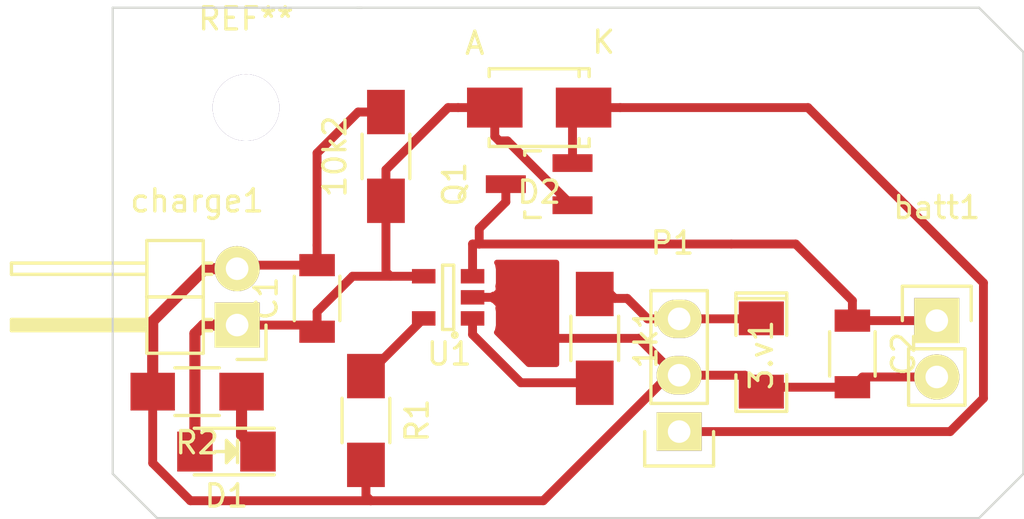
<source format=kicad_pcb>
(kicad_pcb (version 4) (host pcbnew 4.0.4+e1-6308~48~ubuntu14.04.1-stable)

  (general
    (links 25)
    (no_connects 2)
    (area 114.724999 93.225 162.133334 117.275)
    (thickness 1.6)
    (drawings 11)
    (tracks 85)
    (zones 0)
    (modules 15)
    (nets 9)
  )

  (page A4)
  (layers
    (0 F.Cu signal)
    (31 B.Cu signal)
    (32 B.Adhes user hide)
    (33 F.Adhes user hide)
    (34 B.Paste user hide)
    (35 F.Paste user hide)
    (36 B.SilkS user)
    (37 F.SilkS user)
    (38 B.Mask user)
    (39 F.Mask user)
    (40 Dwgs.User user hide)
    (41 Cmts.User user hide)
    (42 Eco1.User user)
    (43 Eco2.User user)
    (44 Edge.Cuts user)
    (45 Margin user hide)
    (46 B.CrtYd user hide)
    (47 F.CrtYd user hide)
    (48 B.Fab user hide)
    (49 F.Fab user hide)
  )

  (setup
    (last_trace_width 0.4)
    (trace_clearance 0.2)
    (zone_clearance 0.508)
    (zone_45_only no)
    (trace_min 0.2)
    (segment_width 0.2)
    (edge_width 0.1)
    (via_size 0.6)
    (via_drill 0.4)
    (via_min_size 0.4)
    (via_min_drill 0.3)
    (uvia_size 0.3)
    (uvia_drill 0.1)
    (uvias_allowed no)
    (uvia_min_size 0.2)
    (uvia_min_drill 0.1)
    (pcb_text_width 0.3)
    (pcb_text_size 1.5 1.5)
    (mod_edge_width 0.15)
    (mod_text_size 1 1)
    (mod_text_width 0.15)
    (pad_size 5 5)
    (pad_drill 3)
    (pad_to_mask_clearance 0)
    (aux_axis_origin 0 0)
    (visible_elements FFFEFFFF)
    (pcbplotparams
      (layerselection 0x01000_00000001)
      (usegerberextensions false)
      (excludeedgelayer true)
      (linewidth 0.100000)
      (plotframeref false)
      (viasonmask false)
      (mode 1)
      (useauxorigin false)
      (hpglpennumber 1)
      (hpglpenspeed 20)
      (hpglpendiameter 15)
      (hpglpenoverlay 2)
      (psnegative false)
      (psa4output false)
      (plotreference true)
      (plotvalue true)
      (plotinvisibletext false)
      (padsonsilk false)
      (subtractmaskfromsilk false)
      (outputformat 1)
      (mirror false)
      (drillshape 0)
      (scaleselection 1)
      (outputdirectory fab/))
  )

  (net 0 "")
  (net 1 "Net-(D1-Pad1)")
  (net 2 +5V)
  (net 3 GND)
  (net 4 batt)
  (net 5 "Net-(R1-Pad1)")
  (net 6 charge_safe)
  (net 7 "Net-(1k1-Pad2)")
  (net 8 powerout)

  (net_class Default "This is the default net class."
    (clearance 0.2)
    (trace_width 0.4)
    (via_dia 0.6)
    (via_drill 0.4)
    (uvia_dia 0.3)
    (uvia_drill 0.1)
    (add_net +5V)
    (add_net GND)
    (add_net "Net-(1k1-Pad2)")
    (add_net "Net-(D1-Pad1)")
    (add_net "Net-(R1-Pad1)")
    (add_net batt)
    (add_net charge_safe)
    (add_net powerout)
  )

  (module Pin_Headers:Pin_Header_Straight_1x03 (layer F.Cu) (tedit 5806128F) (tstamp 5806055E)
    (at 145.5 113.1 180)
    (descr "Through hole pin header")
    (tags "pin header")
    (path /58060633)
    (fp_text reference P1 (at 0.3 8.5 180) (layer F.SilkS)
      (effects (font (size 1 1) (thickness 0.15)))
    )
    (fp_text value "board conn" (at 0 -3.1 180) (layer F.Fab)
      (effects (font (size 1 1) (thickness 0.15)))
    )
    (fp_line (start -1.75 -1.75) (end -1.75 6.85) (layer F.CrtYd) (width 0.05))
    (fp_line (start 1.75 -1.75) (end 1.75 6.85) (layer F.CrtYd) (width 0.05))
    (fp_line (start -1.75 -1.75) (end 1.75 -1.75) (layer F.CrtYd) (width 0.05))
    (fp_line (start -1.75 6.85) (end 1.75 6.85) (layer F.CrtYd) (width 0.05))
    (fp_line (start -1.27 1.27) (end -1.27 6.35) (layer F.SilkS) (width 0.15))
    (fp_line (start -1.27 6.35) (end 1.27 6.35) (layer F.SilkS) (width 0.15))
    (fp_line (start 1.27 6.35) (end 1.27 1.27) (layer F.SilkS) (width 0.15))
    (fp_line (start 1.55 -1.55) (end 1.55 0) (layer F.SilkS) (width 0.15))
    (fp_line (start 1.27 1.27) (end -1.27 1.27) (layer F.SilkS) (width 0.15))
    (fp_line (start -1.55 0) (end -1.55 -1.55) (layer F.SilkS) (width 0.15))
    (fp_line (start -1.55 -1.55) (end 1.55 -1.55) (layer F.SilkS) (width 0.15))
    (pad 1 thru_hole rect (at 0 0 180) (size 2.032 1.7272) (drill 1.016) (layers *.Cu *.Mask F.SilkS)
      (net 8 powerout))
    (pad 2 thru_hole oval (at 0 2.54 180) (size 2.032 1.7272) (drill 1.016) (layers *.Cu *.Mask F.SilkS)
      (net 3 GND))
    (pad 3 thru_hole oval (at 0 5.08 180) (size 2.032 1.7272) (drill 1.016) (layers *.Cu *.Mask F.SilkS)
      (net 6 charge_safe))
    (model Pin_Headers.3dshapes/Pin_Header_Straight_1x03.wrl
      (at (xyz 0 -0.1 0))
      (scale (xyz 1 1 1))
      (rotate (xyz 0 0 90))
    )
  )

  (module Pin_Headers:Pin_Header_Straight_1x02 (layer F.Cu) (tedit 54EA090C) (tstamp 580DCC29)
    (at 157.1 108.1)
    (descr "Through hole pin header")
    (tags "pin header")
    (path /58064A0F)
    (fp_text reference batt1 (at 0 -5.1) (layer F.SilkS)
      (effects (font (size 1 1) (thickness 0.15)))
    )
    (fp_text value CONN_01X02 (at 0 -3.1) (layer F.Fab)
      (effects (font (size 1 1) (thickness 0.15)))
    )
    (fp_line (start 1.27 1.27) (end 1.27 3.81) (layer F.SilkS) (width 0.15))
    (fp_line (start 1.55 -1.55) (end 1.55 0) (layer F.SilkS) (width 0.15))
    (fp_line (start -1.75 -1.75) (end -1.75 4.3) (layer F.CrtYd) (width 0.05))
    (fp_line (start 1.75 -1.75) (end 1.75 4.3) (layer F.CrtYd) (width 0.05))
    (fp_line (start -1.75 -1.75) (end 1.75 -1.75) (layer F.CrtYd) (width 0.05))
    (fp_line (start -1.75 4.3) (end 1.75 4.3) (layer F.CrtYd) (width 0.05))
    (fp_line (start 1.27 1.27) (end -1.27 1.27) (layer F.SilkS) (width 0.15))
    (fp_line (start -1.55 0) (end -1.55 -1.55) (layer F.SilkS) (width 0.15))
    (fp_line (start -1.55 -1.55) (end 1.55 -1.55) (layer F.SilkS) (width 0.15))
    (fp_line (start -1.27 1.27) (end -1.27 3.81) (layer F.SilkS) (width 0.15))
    (fp_line (start -1.27 3.81) (end 1.27 3.81) (layer F.SilkS) (width 0.15))
    (pad 1 thru_hole rect (at 0 0) (size 2.032 2.032) (drill 1.016) (layers *.Cu *.Mask F.SilkS)
      (net 4 batt))
    (pad 2 thru_hole oval (at 0 2.54) (size 2.032 2.032) (drill 1.016) (layers *.Cu *.Mask F.SilkS)
      (net 3 GND))
    (model Pin_Headers.3dshapes/Pin_Header_Straight_1x02.wrl
      (at (xyz 0 -0.05 0))
      (scale (xyz 1 1 1))
      (rotate (xyz 0 0 90))
    )
  )

  (module Housings_SOT-23_SOT-143_TSOT-6:SOT-23-5 (layer F.Cu) (tedit 55360473) (tstamp 580DCBFF)
    (at 135.1 107.05 180)
    (descr "5-pin SOT23 package")
    (tags SOT-23-5)
    (path /580603AE)
    (attr smd)
    (fp_text reference U1 (at -0.05 -2.55 180) (layer F.SilkS)
      (effects (font (size 1 1) (thickness 0.15)))
    )
    (fp_text value MCP73831T (at -0.05 2.35 180) (layer F.Fab)
      (effects (font (size 1 1) (thickness 0.15)))
    )
    (fp_line (start -1.8 -1.6) (end 1.8 -1.6) (layer F.CrtYd) (width 0.05))
    (fp_line (start 1.8 -1.6) (end 1.8 1.6) (layer F.CrtYd) (width 0.05))
    (fp_line (start 1.8 1.6) (end -1.8 1.6) (layer F.CrtYd) (width 0.05))
    (fp_line (start -1.8 1.6) (end -1.8 -1.6) (layer F.CrtYd) (width 0.05))
    (fp_circle (center -0.3 -1.7) (end -0.2 -1.7) (layer F.SilkS) (width 0.15))
    (fp_line (start 0.25 -1.45) (end -0.25 -1.45) (layer F.SilkS) (width 0.15))
    (fp_line (start 0.25 1.45) (end 0.25 -1.45) (layer F.SilkS) (width 0.15))
    (fp_line (start -0.25 1.45) (end 0.25 1.45) (layer F.SilkS) (width 0.15))
    (fp_line (start -0.25 -1.45) (end -0.25 1.45) (layer F.SilkS) (width 0.15))
    (pad 1 smd rect (at -1.1 -0.95 180) (size 1.06 0.65) (layers F.Cu F.Paste F.Mask)
      (net 7 "Net-(1k1-Pad2)"))
    (pad 2 smd rect (at -1.1 0 180) (size 1.06 0.65) (layers F.Cu F.Paste F.Mask)
      (net 3 GND))
    (pad 3 smd rect (at -1.1 0.95 180) (size 1.06 0.65) (layers F.Cu F.Paste F.Mask)
      (net 4 batt))
    (pad 4 smd rect (at 1.1 0.95 180) (size 1.06 0.65) (layers F.Cu F.Paste F.Mask)
      (net 2 +5V))
    (pad 5 smd rect (at 1.1 -0.95 180) (size 1.06 0.65) (layers F.Cu F.Paste F.Mask)
      (net 5 "Net-(R1-Pad1)"))
    (model Housings_SOT-23_SOT-143_TSOT-6.3dshapes/SOT-23-5.wrl
      (at (xyz 0 0 0))
      (scale (xyz 0.11 0.11 0.11))
      (rotate (xyz 0 0 90))
    )
  )

  (module Resistors_SMD:R_1206_HandSoldering (layer F.Cu) (tedit 5418A20D) (tstamp 580DCBC0)
    (at 141.7 108.9 270)
    (descr "Resistor SMD 1206, hand soldering")
    (tags "resistor 1206")
    (path /58077BE7)
    (attr smd)
    (fp_text reference 1k1 (at 0 -2.3 270) (layer F.SilkS)
      (effects (font (size 1 1) (thickness 0.15)))
    )
    (fp_text value R (at 0 2.3 270) (layer F.Fab)
      (effects (font (size 1 1) (thickness 0.15)))
    )
    (fp_line (start -3.3 -1.2) (end 3.3 -1.2) (layer F.CrtYd) (width 0.05))
    (fp_line (start -3.3 1.2) (end 3.3 1.2) (layer F.CrtYd) (width 0.05))
    (fp_line (start -3.3 -1.2) (end -3.3 1.2) (layer F.CrtYd) (width 0.05))
    (fp_line (start 3.3 -1.2) (end 3.3 1.2) (layer F.CrtYd) (width 0.05))
    (fp_line (start 1 1.075) (end -1 1.075) (layer F.SilkS) (width 0.15))
    (fp_line (start -1 -1.075) (end 1 -1.075) (layer F.SilkS) (width 0.15))
    (pad 1 smd rect (at -2 0 270) (size 2 1.7) (layers F.Cu F.Paste F.Mask)
      (net 6 charge_safe))
    (pad 2 smd rect (at 2 0 270) (size 2 1.7) (layers F.Cu F.Paste F.Mask)
      (net 7 "Net-(1k1-Pad2)"))
    (model Resistors_SMD.3dshapes/R_1206_HandSoldering.wrl
      (at (xyz 0 0 0))
      (scale (xyz 1 1 1))
      (rotate (xyz 0 0 0))
    )
  )

  (module Resistors_SMD:R_1206_HandSoldering (layer F.Cu) (tedit 5418A20D) (tstamp 580DCBF0)
    (at 131.4 112.6 270)
    (descr "Resistor SMD 1206, hand soldering")
    (tags "resistor 1206")
    (path /5806051D)
    (attr smd)
    (fp_text reference R1 (at 0 -2.3 270) (layer F.SilkS)
      (effects (font (size 1 1) (thickness 0.15)))
    )
    (fp_text value 2k (at 0 2.3 270) (layer F.Fab)
      (effects (font (size 1 1) (thickness 0.15)))
    )
    (fp_line (start -3.3 -1.2) (end 3.3 -1.2) (layer F.CrtYd) (width 0.05))
    (fp_line (start -3.3 1.2) (end 3.3 1.2) (layer F.CrtYd) (width 0.05))
    (fp_line (start -3.3 -1.2) (end -3.3 1.2) (layer F.CrtYd) (width 0.05))
    (fp_line (start 3.3 -1.2) (end 3.3 1.2) (layer F.CrtYd) (width 0.05))
    (fp_line (start 1 1.075) (end -1 1.075) (layer F.SilkS) (width 0.15))
    (fp_line (start -1 -1.075) (end 1 -1.075) (layer F.SilkS) (width 0.15))
    (pad 1 smd rect (at -2 0 270) (size 2 1.7) (layers F.Cu F.Paste F.Mask)
      (net 5 "Net-(R1-Pad1)"))
    (pad 2 smd rect (at 2 0 270) (size 2 1.7) (layers F.Cu F.Paste F.Mask)
      (net 3 GND))
    (model Resistors_SMD.3dshapes/R_1206_HandSoldering.wrl
      (at (xyz 0 0 0))
      (scale (xyz 1 1 1))
      (rotate (xyz 0 0 0))
    )
  )

  (module Diodes_SMD:SMA_Standard (layer F.Cu) (tedit 552FF239) (tstamp 580DCBEA)
    (at 139.19898 98.5 180)
    (descr "Diode SMA")
    (tags "Diode SMA")
    (path /580DCE39)
    (attr smd)
    (fp_text reference D2 (at 0 -3.81 180) (layer F.SilkS)
      (effects (font (size 1 1) (thickness 0.15)))
    )
    (fp_text value D_Schottky (at 0 4.3 180) (layer F.Fab)
      (effects (font (size 1 1) (thickness 0.15)))
    )
    (fp_line (start -3.5 -2) (end 3.5 -2) (layer F.CrtYd) (width 0.05))
    (fp_line (start 3.5 -2) (end 3.5 2) (layer F.CrtYd) (width 0.05))
    (fp_line (start 3.5 2) (end -3.5 2) (layer F.CrtYd) (width 0.05))
    (fp_line (start -3.5 2) (end -3.5 -2) (layer F.CrtYd) (width 0.05))
    (fp_text user K (at -2.9 2.95 180) (layer F.SilkS)
      (effects (font (size 1 1) (thickness 0.15)))
    )
    (fp_text user A (at 2.9 2.9 180) (layer F.SilkS)
      (effects (font (size 1 1) (thickness 0.15)))
    )
    (fp_circle (center 0 0) (end 0.20066 -0.0508) (layer F.Adhes) (width 0.381))
    (fp_line (start -1.79914 1.75006) (end -1.79914 1.39954) (layer F.SilkS) (width 0.15))
    (fp_line (start -1.79914 -1.75006) (end -1.79914 -1.39954) (layer F.SilkS) (width 0.15))
    (fp_line (start 2.25044 1.75006) (end 2.25044 1.39954) (layer F.SilkS) (width 0.15))
    (fp_line (start -2.25044 1.75006) (end -2.25044 1.39954) (layer F.SilkS) (width 0.15))
    (fp_line (start -2.25044 -1.75006) (end -2.25044 -1.39954) (layer F.SilkS) (width 0.15))
    (fp_line (start 2.25044 -1.75006) (end 2.25044 -1.39954) (layer F.SilkS) (width 0.15))
    (fp_line (start -2.25044 1.75006) (end 2.25044 1.75006) (layer F.SilkS) (width 0.15))
    (fp_line (start -2.25044 -1.75006) (end 2.25044 -1.75006) (layer F.SilkS) (width 0.15))
    (pad 1 smd rect (at -1.99898 0 180) (size 2.49936 1.80086) (layers F.Cu F.Paste F.Mask)
      (net 8 powerout))
    (pad 2 smd rect (at 1.99898 0 180) (size 2.49936 1.80086) (layers F.Cu F.Paste F.Mask)
      (net 2 +5V))
    (model Diodes_SMD.3dshapes/SMA_Standard.wrl
      (at (xyz 0 0 0))
      (scale (xyz 0.3937 0.3937 0.3937))
      (rotate (xyz 0 0 180))
    )
  )

  (module Capacitors_SMD:C_1206 (layer F.Cu) (tedit 5415D7BD) (tstamp 580DCBDE)
    (at 153.3 109.6 270)
    (descr "Capacitor SMD 1206, reflow soldering, AVX (see smccp.pdf)")
    (tags "capacitor 1206")
    (path /58060603)
    (attr smd)
    (fp_text reference C2 (at 0 -2.3 270) (layer F.SilkS)
      (effects (font (size 1 1) (thickness 0.15)))
    )
    (fp_text value 4.7u (at 0 2.3 270) (layer F.Fab)
      (effects (font (size 1 1) (thickness 0.15)))
    )
    (fp_line (start -2.3 -1.15) (end 2.3 -1.15) (layer F.CrtYd) (width 0.05))
    (fp_line (start -2.3 1.15) (end 2.3 1.15) (layer F.CrtYd) (width 0.05))
    (fp_line (start -2.3 -1.15) (end -2.3 1.15) (layer F.CrtYd) (width 0.05))
    (fp_line (start 2.3 -1.15) (end 2.3 1.15) (layer F.CrtYd) (width 0.05))
    (fp_line (start 1 -1.025) (end -1 -1.025) (layer F.SilkS) (width 0.15))
    (fp_line (start -1 1.025) (end 1 1.025) (layer F.SilkS) (width 0.15))
    (pad 1 smd rect (at -1.5 0 270) (size 1 1.6) (layers F.Cu F.Paste F.Mask)
      (net 4 batt))
    (pad 2 smd rect (at 1.5 0 270) (size 1 1.6) (layers F.Cu F.Paste F.Mask)
      (net 3 GND))
    (model Capacitors_SMD.3dshapes/C_1206.wrl
      (at (xyz 0 0 0))
      (scale (xyz 1 1 1))
      (rotate (xyz 0 0 0))
    )
  )

  (module Resistors_SMD:R_1206_HandSoldering (layer F.Cu) (tedit 5418A20D) (tstamp 580DCBCC)
    (at 132.3 100.7 90)
    (descr "Resistor SMD 1206, hand soldering")
    (tags "resistor 1206")
    (path /58063DAD)
    (attr smd)
    (fp_text reference 10k2 (at 0 -2.3 90) (layer F.SilkS)
      (effects (font (size 1 1) (thickness 0.15)))
    )
    (fp_text value R (at 0 2.3 90) (layer F.Fab)
      (effects (font (size 1 1) (thickness 0.15)))
    )
    (fp_line (start -3.3 -1.2) (end 3.3 -1.2) (layer F.CrtYd) (width 0.05))
    (fp_line (start -3.3 1.2) (end 3.3 1.2) (layer F.CrtYd) (width 0.05))
    (fp_line (start -3.3 -1.2) (end -3.3 1.2) (layer F.CrtYd) (width 0.05))
    (fp_line (start 3.3 -1.2) (end 3.3 1.2) (layer F.CrtYd) (width 0.05))
    (fp_line (start 1 1.075) (end -1 1.075) (layer F.SilkS) (width 0.15))
    (fp_line (start -1 -1.075) (end 1 -1.075) (layer F.SilkS) (width 0.15))
    (pad 1 smd rect (at -2 0 90) (size 2 1.7) (layers F.Cu F.Paste F.Mask)
      (net 2 +5V))
    (pad 2 smd rect (at 2 0 90) (size 2 1.7) (layers F.Cu F.Paste F.Mask)
      (net 3 GND))
    (model Resistors_SMD.3dshapes/R_1206_HandSoldering.wrl
      (at (xyz 0 0 0))
      (scale (xyz 1 1 1))
      (rotate (xyz 0 0 0))
    )
  )

  (module Housings_SOT-23_SOT-143_TSOT-6:SOT-23_Handsoldering (layer F.Cu) (tedit 54E9291B) (tstamp 580DCD96)
    (at 139.19886 101.95 90)
    (descr "SOT-23, Handsoldering")
    (tags SOT-23)
    (path /580DD92E)
    (attr smd)
    (fp_text reference Q1 (at 0 -3.81 90) (layer F.SilkS)
      (effects (font (size 1 1) (thickness 0.15)))
    )
    (fp_text value Q_PMOS_GSD (at 0 3.81 90) (layer F.Fab)
      (effects (font (size 1 1) (thickness 0.15)))
    )
    (fp_line (start -1.49982 0.0508) (end -1.49982 -0.65024) (layer F.SilkS) (width 0.15))
    (fp_line (start -1.49982 -0.65024) (end -1.2509 -0.65024) (layer F.SilkS) (width 0.15))
    (fp_line (start 1.29916 -0.65024) (end 1.49982 -0.65024) (layer F.SilkS) (width 0.15))
    (fp_line (start 1.49982 -0.65024) (end 1.49982 0.0508) (layer F.SilkS) (width 0.15))
    (pad 1 smd rect (at -0.95 1.50114 90) (size 0.8001 1.80086) (layers F.Cu F.Paste F.Mask)
      (net 2 +5V))
    (pad 2 smd rect (at 0.95 1.50114 90) (size 0.8001 1.80086) (layers F.Cu F.Paste F.Mask)
      (net 8 powerout))
    (pad 3 smd rect (at 0 -1.50114 90) (size 0.8001 1.80086) (layers F.Cu F.Paste F.Mask)
      (net 4 batt))
    (model Housings_SOT-23_SOT-143_TSOT-6.3dshapes/SOT-23_Handsoldering.wrl
      (at (xyz 0 0 0))
      (scale (xyz 1 1 1))
      (rotate (xyz 0 0 0))
    )
  )

  (module Pin_Headers:Pin_Header_Angled_1x02 (layer F.Cu) (tedit 5806128D) (tstamp 5806054C)
    (at 125.6 108.3 180)
    (descr "Through hole pin header")
    (tags "pin header")
    (path /5806068E)
    (fp_text reference charge1 (at 1.8 5.6 180) (layer F.SilkS)
      (effects (font (size 1 1) (thickness 0.15)))
    )
    (fp_text value CONN_01X02 (at 0 -3.1 180) (layer F.Fab)
      (effects (font (size 1 1) (thickness 0.15)))
    )
    (fp_line (start -1.5 -1.75) (end -1.5 4.3) (layer F.CrtYd) (width 0.05))
    (fp_line (start 10.65 -1.75) (end 10.65 4.3) (layer F.CrtYd) (width 0.05))
    (fp_line (start -1.5 -1.75) (end 10.65 -1.75) (layer F.CrtYd) (width 0.05))
    (fp_line (start -1.5 4.3) (end 10.65 4.3) (layer F.CrtYd) (width 0.05))
    (fp_line (start -1.3 -1.55) (end -1.3 0) (layer F.SilkS) (width 0.15))
    (fp_line (start 0 -1.55) (end -1.3 -1.55) (layer F.SilkS) (width 0.15))
    (fp_line (start 4.191 -0.127) (end 10.033 -0.127) (layer F.SilkS) (width 0.15))
    (fp_line (start 10.033 -0.127) (end 10.033 0.127) (layer F.SilkS) (width 0.15))
    (fp_line (start 10.033 0.127) (end 4.191 0.127) (layer F.SilkS) (width 0.15))
    (fp_line (start 4.191 0.127) (end 4.191 0) (layer F.SilkS) (width 0.15))
    (fp_line (start 4.191 0) (end 10.033 0) (layer F.SilkS) (width 0.15))
    (fp_line (start 1.524 -0.254) (end 1.143 -0.254) (layer F.SilkS) (width 0.15))
    (fp_line (start 1.524 0.254) (end 1.143 0.254) (layer F.SilkS) (width 0.15))
    (fp_line (start 1.524 2.286) (end 1.143 2.286) (layer F.SilkS) (width 0.15))
    (fp_line (start 1.524 2.794) (end 1.143 2.794) (layer F.SilkS) (width 0.15))
    (fp_line (start 1.524 -1.27) (end 4.064 -1.27) (layer F.SilkS) (width 0.15))
    (fp_line (start 1.524 1.27) (end 4.064 1.27) (layer F.SilkS) (width 0.15))
    (fp_line (start 1.524 1.27) (end 1.524 3.81) (layer F.SilkS) (width 0.15))
    (fp_line (start 1.524 3.81) (end 4.064 3.81) (layer F.SilkS) (width 0.15))
    (fp_line (start 4.064 2.286) (end 10.16 2.286) (layer F.SilkS) (width 0.15))
    (fp_line (start 10.16 2.286) (end 10.16 2.794) (layer F.SilkS) (width 0.15))
    (fp_line (start 10.16 2.794) (end 4.064 2.794) (layer F.SilkS) (width 0.15))
    (fp_line (start 4.064 3.81) (end 4.064 1.27) (layer F.SilkS) (width 0.15))
    (fp_line (start 4.064 1.27) (end 4.064 -1.27) (layer F.SilkS) (width 0.15))
    (fp_line (start 10.16 0.254) (end 4.064 0.254) (layer F.SilkS) (width 0.15))
    (fp_line (start 10.16 -0.254) (end 10.16 0.254) (layer F.SilkS) (width 0.15))
    (fp_line (start 4.064 -0.254) (end 10.16 -0.254) (layer F.SilkS) (width 0.15))
    (fp_line (start 1.524 1.27) (end 4.064 1.27) (layer F.SilkS) (width 0.15))
    (fp_line (start 1.524 -1.27) (end 1.524 1.27) (layer F.SilkS) (width 0.15))
    (pad 1 thru_hole rect (at 0 0 180) (size 2.032 2.032) (drill 1.016) (layers *.Cu *.Mask F.SilkS)
      (net 2 +5V))
    (pad 2 thru_hole oval (at 0 2.54 180) (size 2.032 2.032) (drill 1.016) (layers *.Cu *.Mask F.SilkS)
      (net 3 GND))
    (model Pin_Headers.3dshapes/Pin_Header_Angled_1x02.wrl
      (at (xyz 0 -0.05 0))
      (scale (xyz 1 1 1))
      (rotate (xyz 0 0 90))
    )
  )

  (module Mounting_Holes:MountingHole_3mm (layer F.Cu) (tedit 0) (tstamp 5807C775)
    (at 126 98.5)
    (descr "Mounting hole, Befestigungsbohrung, 3mm, No Annular, Kein Restring,")
    (tags "Mounting hole, Befestigungsbohrung, 3mm, No Annular, Kein Restring,")
    (fp_text reference REF** (at 0 -4.0005) (layer F.SilkS)
      (effects (font (size 1 1) (thickness 0.15)))
    )
    (fp_text value MountingHole_3mm (at 1.00076 5.00126) (layer F.Fab)
      (effects (font (size 1 1) (thickness 0.15)))
    )
    (fp_circle (center 0 0) (end 3 0) (layer Cmts.User) (width 0.381))
    (pad 1 thru_hole circle (at 0 0) (size 3 3) (drill 3) (layers))
  )

  (module Capacitors_SMD:C_1206 (layer F.Cu) (tedit 5415D7BD) (tstamp 580DCBD8)
    (at 129.2 107.1 90)
    (descr "Capacitor SMD 1206, reflow soldering, AVX (see smccp.pdf)")
    (tags "capacitor 1206")
    (path /5806047A)
    (attr smd)
    (fp_text reference C1 (at 0 -2.3 90) (layer F.SilkS)
      (effects (font (size 1 1) (thickness 0.15)))
    )
    (fp_text value 4.7u (at 0 2.3 90) (layer F.Fab)
      (effects (font (size 1 1) (thickness 0.15)))
    )
    (fp_line (start -2.3 -1.15) (end 2.3 -1.15) (layer F.CrtYd) (width 0.05))
    (fp_line (start -2.3 1.15) (end 2.3 1.15) (layer F.CrtYd) (width 0.05))
    (fp_line (start -2.3 -1.15) (end -2.3 1.15) (layer F.CrtYd) (width 0.05))
    (fp_line (start 2.3 -1.15) (end 2.3 1.15) (layer F.CrtYd) (width 0.05))
    (fp_line (start 1 -1.025) (end -1 -1.025) (layer F.SilkS) (width 0.15))
    (fp_line (start -1 1.025) (end 1 1.025) (layer F.SilkS) (width 0.15))
    (pad 1 smd rect (at -1.5 0 90) (size 1 1.6) (layers F.Cu F.Paste F.Mask)
      (net 2 +5V))
    (pad 2 smd rect (at 1.5 0 90) (size 1 1.6) (layers F.Cu F.Paste F.Mask)
      (net 3 GND))
    (model Capacitors_SMD.3dshapes/C_1206.wrl
      (at (xyz 0 0 0))
      (scale (xyz 1 1 1))
      (rotate (xyz 0 0 0))
    )
  )

  (module LEDs:LED-1206 (layer F.Cu) (tedit 55BDE2E8) (tstamp 580DCBE4)
    (at 125.11986 114 180)
    (descr "LED 1206 smd package")
    (tags "LED1206 SMD")
    (path /58060577)
    (attr smd)
    (fp_text reference D1 (at 0 -2 180) (layer F.SilkS)
      (effects (font (size 1 1) (thickness 0.15)))
    )
    (fp_text value LED (at 0 2 180) (layer F.Fab)
      (effects (font (size 1 1) (thickness 0.15)))
    )
    (fp_line (start -2.15 1.05) (end 1.45 1.05) (layer F.SilkS) (width 0.15))
    (fp_line (start -2.15 -1.05) (end 1.45 -1.05) (layer F.SilkS) (width 0.15))
    (fp_line (start -0.1 -0.3) (end -0.1 0.3) (layer F.SilkS) (width 0.15))
    (fp_line (start -0.1 0.3) (end -0.4 0) (layer F.SilkS) (width 0.15))
    (fp_line (start -0.4 0) (end -0.2 -0.2) (layer F.SilkS) (width 0.15))
    (fp_line (start -0.2 -0.2) (end -0.2 0.05) (layer F.SilkS) (width 0.15))
    (fp_line (start -0.2 0.05) (end -0.25 0) (layer F.SilkS) (width 0.15))
    (fp_line (start -0.5 -0.5) (end -0.5 0.5) (layer F.SilkS) (width 0.15))
    (fp_line (start 0 0) (end 0.5 0) (layer F.SilkS) (width 0.15))
    (fp_line (start -0.5 0) (end 0 -0.5) (layer F.SilkS) (width 0.15))
    (fp_line (start 0 -0.5) (end 0 0.5) (layer F.SilkS) (width 0.15))
    (fp_line (start 0 0.5) (end -0.5 0) (layer F.SilkS) (width 0.15))
    (fp_line (start 2.5 -1.25) (end -2.5 -1.25) (layer F.CrtYd) (width 0.05))
    (fp_line (start -2.5 -1.25) (end -2.5 1.25) (layer F.CrtYd) (width 0.05))
    (fp_line (start -2.5 1.25) (end 2.5 1.25) (layer F.CrtYd) (width 0.05))
    (fp_line (start 2.5 1.25) (end 2.5 -1.25) (layer F.CrtYd) (width 0.05))
    (pad 2 smd rect (at 1.41986 0) (size 1.59766 1.80086) (layers F.Cu F.Paste F.Mask)
      (net 2 +5V))
    (pad 1 smd rect (at -1.41986 0) (size 1.59766 1.80086) (layers F.Cu F.Paste F.Mask)
      (net 1 "Net-(D1-Pad1)"))
  )

  (module Resistors_SMD:R_1206_HandSoldering (layer F.Cu) (tedit 5418A20D) (tstamp 580DCBF6)
    (at 123.8 111.3 180)
    (descr "Resistor SMD 1206, hand soldering")
    (tags "resistor 1206")
    (path /58060665)
    (attr smd)
    (fp_text reference R2 (at 0 -2.3 180) (layer F.SilkS)
      (effects (font (size 1 1) (thickness 0.15)))
    )
    (fp_text value 500r (at 0 2.3 180) (layer F.Fab)
      (effects (font (size 1 1) (thickness 0.15)))
    )
    (fp_line (start -3.3 -1.2) (end 3.3 -1.2) (layer F.CrtYd) (width 0.05))
    (fp_line (start -3.3 1.2) (end 3.3 1.2) (layer F.CrtYd) (width 0.05))
    (fp_line (start -3.3 -1.2) (end -3.3 1.2) (layer F.CrtYd) (width 0.05))
    (fp_line (start 3.3 -1.2) (end 3.3 1.2) (layer F.CrtYd) (width 0.05))
    (fp_line (start 1 1.075) (end -1 1.075) (layer F.SilkS) (width 0.15))
    (fp_line (start -1 -1.075) (end 1 -1.075) (layer F.SilkS) (width 0.15))
    (pad 1 smd rect (at -2 0 180) (size 2 1.7) (layers F.Cu F.Paste F.Mask)
      (net 1 "Net-(D1-Pad1)"))
    (pad 2 smd rect (at 2 0 180) (size 2 1.7) (layers F.Cu F.Paste F.Mask)
      (net 3 GND))
    (model Resistors_SMD.3dshapes/R_1206_HandSoldering.wrl
      (at (xyz 0 0 0))
      (scale (xyz 1 1 1))
      (rotate (xyz 0 0 0))
    )
  )

  (module SMD_Packages:SMD-1206_Pol (layer F.Cu) (tedit 0) (tstamp 580DD5B8)
    (at 149.2 109.649 270)
    (path /58077B4D)
    (attr smd)
    (fp_text reference 3.v1 (at 0 0 270) (layer F.SilkS)
      (effects (font (size 1 1) (thickness 0.15)))
    )
    (fp_text value ZENER (at 0 0 270) (layer F.Fab)
      (effects (font (size 1 1) (thickness 0.15)))
    )
    (fp_line (start -2.54 -1.143) (end -2.794 -1.143) (layer F.SilkS) (width 0.15))
    (fp_line (start -2.794 -1.143) (end -2.794 1.143) (layer F.SilkS) (width 0.15))
    (fp_line (start -2.794 1.143) (end -2.54 1.143) (layer F.SilkS) (width 0.15))
    (fp_line (start -2.54 -1.143) (end -2.54 1.143) (layer F.SilkS) (width 0.15))
    (fp_line (start -2.54 1.143) (end -0.889 1.143) (layer F.SilkS) (width 0.15))
    (fp_line (start 0.889 -1.143) (end 2.54 -1.143) (layer F.SilkS) (width 0.15))
    (fp_line (start 2.54 -1.143) (end 2.54 1.143) (layer F.SilkS) (width 0.15))
    (fp_line (start 2.54 1.143) (end 0.889 1.143) (layer F.SilkS) (width 0.15))
    (fp_line (start -0.889 -1.143) (end -2.54 -1.143) (layer F.SilkS) (width 0.15))
    (pad 1 smd rect (at -1.651 0 270) (size 1.524 2.032) (layers F.Cu F.Paste F.Mask)
      (net 6 charge_safe))
    (pad 2 smd rect (at 1.651 0 270) (size 1.524 2.032) (layers F.Cu F.Paste F.Mask)
      (net 3 GND))
    (model SMD_Packages.3dshapes/SMD-1206_Pol.wrl
      (at (xyz 0 0 0))
      (scale (xyz 0.17 0.16 0.16))
      (rotate (xyz 0 0 0))
    )
  )

  (gr_line (start 159 94) (end 131 94) (layer Edge.Cuts) (width 0.1))
  (gr_line (start 161 96) (end 159 94) (layer Edge.Cuts) (width 0.1))
  (gr_line (start 161 115) (end 161 96) (layer Edge.Cuts) (width 0.1))
  (gr_line (start 159 117) (end 161 115) (layer Edge.Cuts) (width 0.1))
  (gr_line (start 158 117) (end 159 117) (layer Edge.Cuts) (width 0.1))
  (gr_line (start 151 117) (end 158 117) (layer Edge.Cuts) (width 0.1))
  (gr_line (start 120 94) (end 131.2 94) (layer Edge.Cuts) (width 0.1))
  (gr_line (start 120 105.8) (end 120 94) (layer Edge.Cuts) (width 0.1))
  (gr_line (start 120 115) (end 120 105.8) (angle 90) (layer Edge.Cuts) (width 0.1))
  (gr_line (start 120 115) (end 122 117) (layer Edge.Cuts) (width 0.1))
  (gr_line (start 122 117) (end 151 117) (layer Edge.Cuts) (width 0.1))

  (segment (start 125.8 111.3) (end 125.8 113.26028) (width 0.5) (layer F.Cu) (net 1))
  (segment (start 125.8 113.26028) (end 126.53972 114) (width 0.5) (layer F.Cu) (net 1))
  (segment (start 137.768202 100) (end 137.39957 100) (width 0.4) (layer F.Cu) (net 2))
  (segment (start 137.39957 100) (end 137.2 99.80043) (width 0.4) (layer F.Cu) (net 2))
  (segment (start 137.2 99.80043) (end 137.2 98.5) (width 0.4) (layer F.Cu) (net 2))
  (segment (start 140.7 102.9) (end 140.668202 102.9) (width 0.4) (layer F.Cu) (net 2))
  (segment (start 140.668202 102.9) (end 137.768202 100) (width 0.4) (layer F.Cu) (net 2))
  (segment (start 140.7 102.9) (end 140.19962 102.9) (width 0.4) (layer F.Cu) (net 2))
  (segment (start 137.54925 98.5) (end 137.2 98.5) (width 0.4) (layer F.Cu) (net 2))
  (segment (start 134 106.1) (end 132.5 106.1) (width 0.4) (layer F.Cu) (net 2))
  (segment (start 132.5 106.1) (end 130.8 106.1) (width 0.4) (layer F.Cu) (net 2))
  (segment (start 132.3 102.7) (end 132.3 105.9) (width 0.4) (layer F.Cu) (net 2))
  (segment (start 132.3 105.9) (end 132.5 106.1) (width 0.4) (layer F.Cu) (net 2))
  (segment (start 132.3 102.7) (end 132.3 101.3) (width 0.4) (layer F.Cu) (net 2))
  (segment (start 132.3 101.3) (end 135.1 98.5) (width 0.4) (layer F.Cu) (net 2))
  (segment (start 135.1 98.5) (end 135.55032 98.5) (width 0.4) (layer F.Cu) (net 2))
  (segment (start 135.55032 98.5) (end 137.2 98.5) (width 0.4) (layer F.Cu) (net 2))
  (segment (start 125.6 108.3) (end 128.9 108.3) (width 0.4) (layer F.Cu) (net 2))
  (segment (start 128.9 108.3) (end 129.2 108.6) (width 0.4) (layer F.Cu) (net 2))
  (segment (start 130.8 106.1) (end 129.2 107.7) (width 0.4) (layer F.Cu) (net 2))
  (segment (start 129.2 107.7) (end 129.2 108.6) (width 0.4) (layer F.Cu) (net 2))
  (segment (start 123.7 114) (end 123.7 108.684) (width 0.5) (layer F.Cu) (net 2))
  (segment (start 123.7 108.684) (end 124.084 108.3) (width 0.5) (layer F.Cu) (net 2))
  (segment (start 124.084 108.3) (end 125.6 108.3) (width 0.5) (layer F.Cu) (net 2))
  (segment (start 145.5 110.56) (end 145.04 110.56) (width 0.4) (layer F.Cu) (net 3))
  (segment (start 145.04 110.56) (end 139.383999 116.216001) (width 0.4) (layer F.Cu) (net 3))
  (segment (start 139.383999 116.216001) (end 131.616001 116.216001) (width 0.4) (layer F.Cu) (net 3))
  (segment (start 157.1 110.64) (end 153.76 110.64) (width 0.4) (layer F.Cu) (net 3))
  (segment (start 153.76 110.64) (end 153.3 111.1) (width 0.4) (layer F.Cu) (net 3))
  (segment (start 153.3 111.1) (end 149.4 111.1) (width 0.4) (layer F.Cu) (net 3))
  (segment (start 149.4 111.1) (end 149.2 111.3) (width 0.4) (layer F.Cu) (net 3))
  (segment (start 145.5 110.56) (end 148.46 110.56) (width 0.4) (layer F.Cu) (net 3))
  (segment (start 148.46 110.56) (end 149.2 111.3) (width 0.4) (layer F.Cu) (net 3))
  (segment (start 121.8 111.3) (end 121.8 114.519262) (width 0.4) (layer F.Cu) (net 3))
  (segment (start 121.8 114.519262) (end 123.496739 116.216001) (width 0.4) (layer F.Cu) (net 3))
  (segment (start 123.496739 116.216001) (end 131.616001 116.216001) (width 0.4) (layer F.Cu) (net 3))
  (segment (start 156.54 111.2) (end 157.1 110.64) (width 0.4) (layer F.Cu) (net 3))
  (segment (start 132.3 98.7) (end 131.05 98.7) (width 0.4) (layer F.Cu) (net 3))
  (segment (start 131.05 98.7) (end 129.2 100.55) (width 0.4) (layer F.Cu) (net 3))
  (segment (start 129.2 100.55) (end 129.2 104.7) (width 0.4) (layer F.Cu) (net 3))
  (segment (start 129.2 104.7) (end 129.2 105.6) (width 0.4) (layer F.Cu) (net 3))
  (segment (start 131.4 114.6) (end 131.4 116) (width 0.4) (layer F.Cu) (net 3))
  (segment (start 131.4 116) (end 131.616001 116.216001) (width 0.4) (layer F.Cu) (net 3))
  (segment (start 136.2 107.05) (end 137.130001 107.050001) (width 0.4) (layer F.Cu) (net 3))
  (segment (start 137.130001 107.050001) (end 138.979999 108.899999) (width 0.4) (layer F.Cu) (net 3))
  (segment (start 138.979999 108.899999) (end 143.687599 108.899999) (width 0.4) (layer F.Cu) (net 3))
  (segment (start 143.687599 108.899999) (end 145.3476 110.56) (width 0.4) (layer F.Cu) (net 3))
  (segment (start 145.3476 110.56) (end 145.5 110.56) (width 0.4) (layer F.Cu) (net 3))
  (segment (start 129.2 105.6) (end 125.76 105.6) (width 0.4) (layer F.Cu) (net 3))
  (segment (start 125.76 105.6) (end 125.6 105.76) (width 0.4) (layer F.Cu) (net 3))
  (segment (start 129.04 105.76) (end 129.2 105.6) (width 0.25) (layer F.Cu) (net 3))
  (segment (start 121.8 111.3) (end 121.8 108.12316) (width 0.5) (layer F.Cu) (net 3))
  (segment (start 121.8 108.12316) (end 124.16316 105.76) (width 0.5) (layer F.Cu) (net 3))
  (segment (start 124.16316 105.76) (end 125.6 105.76) (width 0.5) (layer F.Cu) (net 3))
  (segment (start 153.3 108.1) (end 157.1 108.1) (width 0.4) (layer F.Cu) (net 4))
  (segment (start 153.3 108.1) (end 153.3 107.2) (width 0.4) (layer F.Cu) (net 4))
  (segment (start 153.3 107.2) (end 150.74772 104.64772) (width 0.4) (layer F.Cu) (net 4))
  (segment (start 150.74772 104.64772) (end 147.84772 104.64772) (width 0.4) (layer F.Cu) (net 4))
  (segment (start 147.84772 104.64772) (end 136.5 104.64772) (width 0.4) (layer F.Cu) (net 4))
  (segment (start 136.5 104.64772) (end 136.2 104.64772) (width 0.4) (layer F.Cu) (net 4))
  (segment (start 137.69772 101.95) (end 137.69772 102.75005) (width 0.4) (layer F.Cu) (net 4))
  (segment (start 137.69772 102.75005) (end 136.5 103.94777) (width 0.4) (layer F.Cu) (net 4))
  (segment (start 136.5 103.94777) (end 136.5 104.64772) (width 0.4) (layer F.Cu) (net 4))
  (segment (start 157 108.2) (end 157.1 108.1) (width 0.4) (layer F.Cu) (net 4))
  (segment (start 136.2 106.1) (end 136.2 104.64772) (width 0.4) (layer F.Cu) (net 4))
  (segment (start 134 108) (end 131.4 110.6) (width 0.4) (layer F.Cu) (net 5))
  (segment (start 145.5 108.02) (end 144.084 108.02) (width 0.4) (layer F.Cu) (net 6))
  (segment (start 144.084 108.02) (end 143.164 107.1) (width 0.4) (layer F.Cu) (net 6))
  (segment (start 143.164 107.1) (end 142.6 107.1) (width 0.4) (layer F.Cu) (net 6))
  (segment (start 141.7 106.9) (end 142.4 106.9) (width 0.4) (layer F.Cu) (net 6))
  (segment (start 142.4 106.9) (end 142.6 107.1) (width 0.4) (layer F.Cu) (net 6))
  (segment (start 145.5 108.02) (end 149.178 108.02) (width 0.4) (layer F.Cu) (net 6))
  (segment (start 149.178 108.02) (end 149.2 107.998) (width 0.4) (layer F.Cu) (net 6))
  (segment (start 141.7 110.9) (end 138.375 110.9) (width 0.4) (layer F.Cu) (net 7))
  (segment (start 138.375 110.9) (end 136.2 108.725) (width 0.4) (layer F.Cu) (net 7))
  (segment (start 136.2 108.725) (end 136.2 108) (width 0.4) (layer F.Cu) (net 7))
  (segment (start 140.7 101) (end 140.7 98.99796) (width 0.4) (layer F.Cu) (net 8))
  (segment (start 140.7 98.99796) (end 141.19796 98.5) (width 0.4) (layer F.Cu) (net 8))
  (segment (start 145.5 113.1) (end 157.7 113.1) (width 0.4) (layer F.Cu) (net 8))
  (segment (start 157.7 113.1) (end 159.2 111.6) (width 0.4) (layer F.Cu) (net 8))
  (segment (start 159.2 111.6) (end 159.2 106.4) (width 0.4) (layer F.Cu) (net 8))
  (segment (start 159.2 106.4) (end 151.3 98.5) (width 0.4) (layer F.Cu) (net 8))
  (segment (start 151.3 98.5) (end 142.84764 98.5) (width 0.4) (layer F.Cu) (net 8))
  (segment (start 142.84764 98.5) (end 141.19796 98.5) (width 0.4) (layer F.Cu) (net 8))
  (segment (start 140.6 99.09796) (end 141.19796 98.5) (width 0.4) (layer F.Cu) (net 8))

  (zone (net 3) (net_name GND) (layer F.Cu) (tstamp 0) (hatch edge 0.508)
    (connect_pads (clearance 0.508))
    (min_thickness 0.254)
    (fill yes (arc_segments 16) (thermal_gap 0.508) (thermal_bridge_width 0.508))
    (polygon
      (pts
        (xy 130.7 104.4) (xy 140.1 104.4) (xy 140.1 112.3) (xy 130.7 112.3) (xy 130.8 104.4)
      )
    )
    (filled_polygon
      (pts
        (xy 139.973 110.065) (xy 138.720869 110.065) (xy 137.288407 108.632539) (xy 137.326431 108.57689) (xy 137.37744 108.325)
        (xy 137.37744 107.675) (xy 137.351081 107.534914) (xy 137.365 107.50131) (xy 137.365 107.33575) (xy 137.20625 107.177)
        (xy 137.125949 107.177) (xy 136.98189 107.078569) (xy 136.84488 107.050824) (xy 136.965317 107.028162) (xy 137.128743 106.923)
        (xy 137.20625 106.923) (xy 137.365 106.76425) (xy 137.365 106.59869) (xy 137.349732 106.561829) (xy 137.37744 106.425)
        (xy 137.37744 105.775) (xy 137.333162 105.539683) (xy 137.296507 105.48272) (xy 139.973 105.48272)
      )
    )
  )
)

</source>
